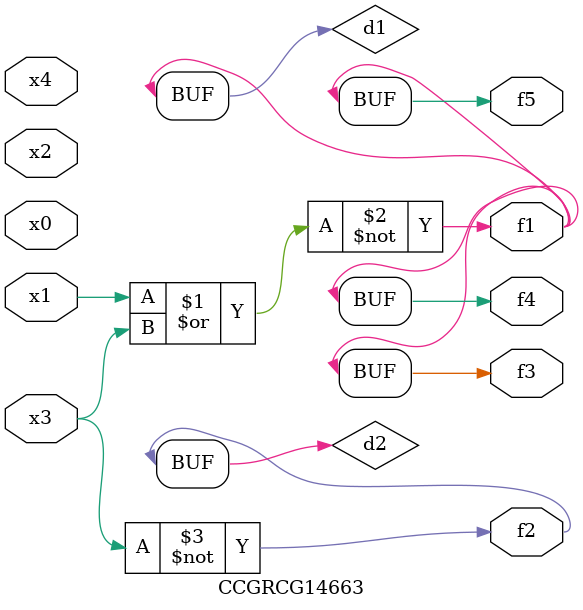
<source format=v>
module CCGRCG14663(
	input x0, x1, x2, x3, x4,
	output f1, f2, f3, f4, f5
);

	wire d1, d2;

	nor (d1, x1, x3);
	not (d2, x3);
	assign f1 = d1;
	assign f2 = d2;
	assign f3 = d1;
	assign f4 = d1;
	assign f5 = d1;
endmodule

</source>
